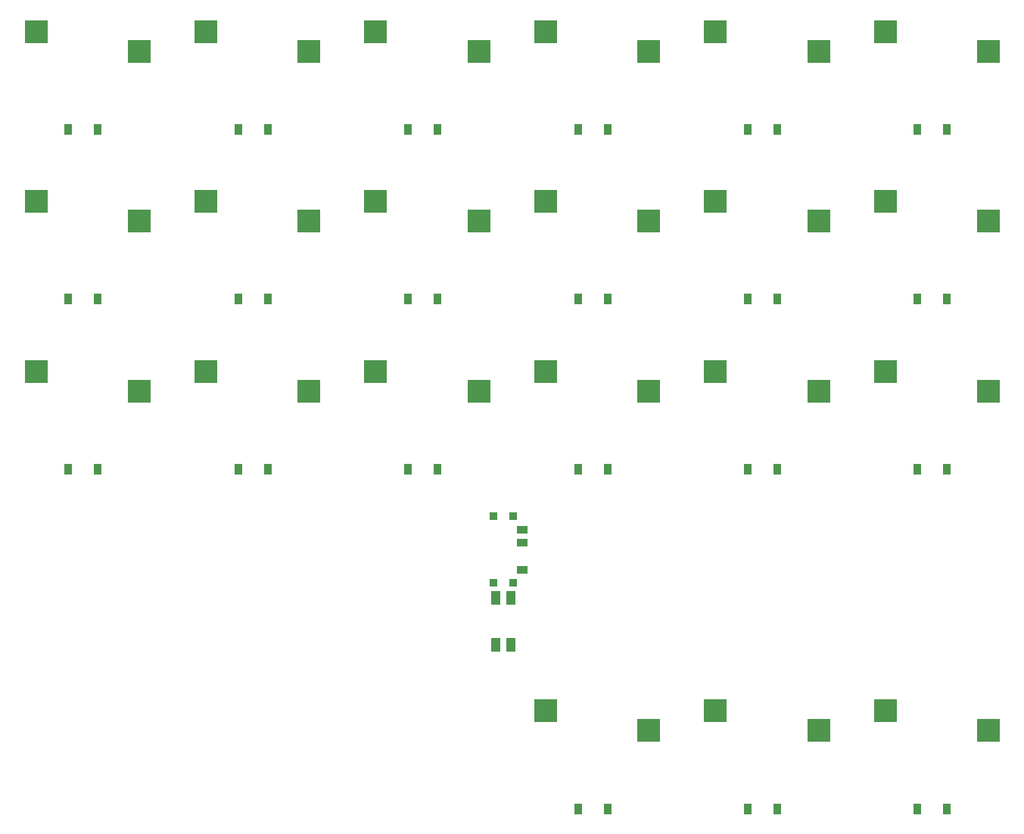
<source format=gbr>
%TF.GenerationSoftware,KiCad,Pcbnew,9.0.4*%
%TF.CreationDate,2025-09-30T09:24:18+02:00*%
%TF.ProjectId,left-finished,6c656674-2d66-4696-9e69-736865642e6b,v1.0.0*%
%TF.SameCoordinates,Original*%
%TF.FileFunction,Paste,Bot*%
%TF.FilePolarity,Positive*%
%FSLAX46Y46*%
G04 Gerber Fmt 4.6, Leading zero omitted, Abs format (unit mm)*
G04 Created by KiCad (PCBNEW 9.0.4) date 2025-09-30 09:24:18*
%MOMM*%
%LPD*%
G01*
G04 APERTURE LIST*
%ADD10R,0.900000X0.900000*%
%ADD11R,1.250000X0.900000*%
%ADD12R,2.600000X2.600000*%
%ADD13R,0.900000X1.200000*%
%ADD14R,1.000000X1.550000*%
G04 APERTURE END LIST*
D10*
%TO.C,T1*%
X147900000Y-129700000D03*
X150100000Y-129700000D03*
X147900000Y-122300000D03*
X150100000Y-122300000D03*
D11*
X151075000Y-128250000D03*
X151075000Y-125250000D03*
X151075000Y-123750000D03*
%TD*%
D12*
%TO.C,S17*%
X172725000Y-68050000D03*
X184275000Y-70250000D03*
%TD*%
D13*
%TO.C,D1*%
X100350000Y-117000000D03*
X103650000Y-117000000D03*
%TD*%
%TO.C,D20*%
X195350000Y-98000000D03*
X198650000Y-98000000D03*
%TD*%
D12*
%TO.C,S6*%
X115725000Y-68050000D03*
X127275000Y-70250000D03*
%TD*%
%TO.C,S18*%
X191725000Y-144050000D03*
X203275000Y-146250000D03*
%TD*%
%TO.C,S1*%
X96725000Y-106050000D03*
X108275000Y-108250000D03*
%TD*%
D13*
%TO.C,D19*%
X195350000Y-117000000D03*
X198650000Y-117000000D03*
%TD*%
D12*
%TO.C,S16*%
X172725000Y-87050000D03*
X184275000Y-89250000D03*
%TD*%
D14*
%TO.C,B1*%
X148150000Y-136625000D03*
X148150000Y-131375000D03*
X149850000Y-136625000D03*
X149850000Y-131375000D03*
%TD*%
D12*
%TO.C,S12*%
X153725000Y-87050000D03*
X165275000Y-89250000D03*
%TD*%
D13*
%TO.C,D3*%
X100350000Y-79000000D03*
X103650000Y-79000000D03*
%TD*%
%TO.C,D2*%
X100350000Y-98000000D03*
X103650000Y-98000000D03*
%TD*%
%TO.C,D9*%
X138350000Y-79000000D03*
X141650000Y-79000000D03*
%TD*%
%TO.C,D10*%
X157350000Y-155000000D03*
X160650000Y-155000000D03*
%TD*%
%TO.C,D7*%
X138350000Y-117000000D03*
X141650000Y-117000000D03*
%TD*%
D12*
%TO.C,S7*%
X134725000Y-106050000D03*
X146275000Y-108250000D03*
%TD*%
D13*
%TO.C,D4*%
X119350000Y-117000000D03*
X122650000Y-117000000D03*
%TD*%
%TO.C,D13*%
X157350000Y-79000000D03*
X160650000Y-79000000D03*
%TD*%
%TO.C,D16*%
X176350000Y-98000000D03*
X179650000Y-98000000D03*
%TD*%
%TO.C,D21*%
X195350000Y-79000000D03*
X198650000Y-79000000D03*
%TD*%
%TO.C,D11*%
X157350000Y-117000000D03*
X160650000Y-117000000D03*
%TD*%
%TO.C,D8*%
X138350000Y-98000000D03*
X141650000Y-98000000D03*
%TD*%
D12*
%TO.C,S2*%
X96725000Y-87050000D03*
X108275000Y-89250000D03*
%TD*%
%TO.C,S15*%
X172725000Y-106050000D03*
X184275000Y-108250000D03*
%TD*%
%TO.C,S3*%
X96725000Y-68050000D03*
X108275000Y-70250000D03*
%TD*%
D13*
%TO.C,D18*%
X195350000Y-155000000D03*
X198650000Y-155000000D03*
%TD*%
D12*
%TO.C,S9*%
X134725000Y-68050000D03*
X146275000Y-70250000D03*
%TD*%
D13*
%TO.C,D17*%
X176350000Y-79000000D03*
X179650000Y-79000000D03*
%TD*%
%TO.C,D15*%
X176350000Y-117000000D03*
X179650000Y-117000000D03*
%TD*%
%TO.C,D5*%
X119350000Y-98000000D03*
X122650000Y-98000000D03*
%TD*%
D12*
%TO.C,S8*%
X134725000Y-87050000D03*
X146275000Y-89250000D03*
%TD*%
%TO.C,S10*%
X153725000Y-144050000D03*
X165275000Y-146250000D03*
%TD*%
D13*
%TO.C,D14*%
X176350000Y-155000000D03*
X179650000Y-155000000D03*
%TD*%
D12*
%TO.C,S4*%
X115725000Y-106050000D03*
X127275000Y-108250000D03*
%TD*%
%TO.C,S13*%
X153725000Y-68050000D03*
X165275000Y-70250000D03*
%TD*%
D13*
%TO.C,D6*%
X119350000Y-79000000D03*
X122650000Y-79000000D03*
%TD*%
D12*
%TO.C,S21*%
X191725000Y-68050000D03*
X203275000Y-70250000D03*
%TD*%
%TO.C,S20*%
X191725000Y-87050000D03*
X203275000Y-89250000D03*
%TD*%
D13*
%TO.C,D12*%
X157350000Y-98000000D03*
X160650000Y-98000000D03*
%TD*%
D12*
%TO.C,S14*%
X172725000Y-144050000D03*
X184275000Y-146250000D03*
%TD*%
%TO.C,S11*%
X153725000Y-106050000D03*
X165275000Y-108250000D03*
%TD*%
%TO.C,S19*%
X191725000Y-106050000D03*
X203275000Y-108250000D03*
%TD*%
%TO.C,S5*%
X115725000Y-87050000D03*
X127275000Y-89250000D03*
%TD*%
M02*

</source>
